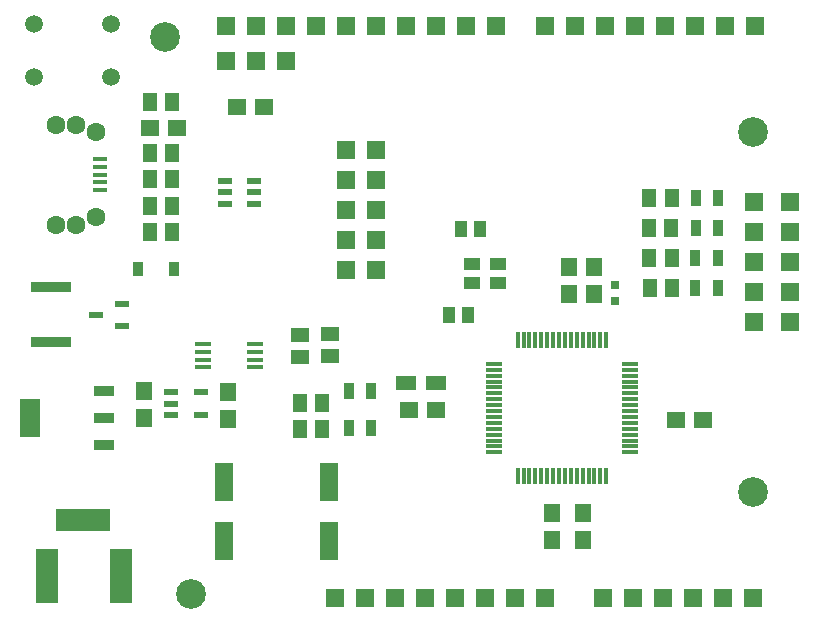
<source format=gts>
G04 DesignSpark PCB Gerber Version 12.0 Build 5942*
%FSLAX35Y35*%
%MOMM*%
%ADD132R,0.30200X1.47700*%
%ADD125R,0.85200X1.20200*%
%ADD123R,0.90200X1.40200*%
%ADD134R,1.02200X1.47200*%
%ADD122R,1.29740X1.52600*%
%ADD120R,1.39900X1.52600*%
%ADD117R,1.60200X3.20200*%
%ADD119R,1.75200X3.20200*%
%ADD121R,1.52600X1.52600*%
%ADD131R,1.47700X0.30200*%
%ADD128R,1.20200X0.45200*%
%ADD126R,1.40200X0.45200*%
%ADD124R,1.20200X0.60200*%
%ADD137R,0.70200X0.65200*%
%ADD130R,3.43200X0.85200*%
%ADD118R,1.75200X0.95200*%
%ADD133R,1.40200X1.10200*%
%ADD138C,1.50200*%
%ADD127R,1.52600X1.29740*%
%ADD136R,1.80200X1.30200*%
%ADD129C,1.60200*%
%ADD114C,2.52600*%
%AMT115*0 Rounded Rectangle Pad at angle 0*4,1,20,-0.90020,-2.30100,0.90020,-2.30100,0.91960,-2.29710,0.93610,-2.28610,0.94710,-2.26960,0.95100,-2.25020,0.95100,2.25020,0.94710,2.26960,0.93610,2.28610,0.91960,2.29710,0.90020,2.30100,-0.90020,2.30100,-0.91960,2.29710,-0.93610,2.28610,-0.94710,2.26960,-0.95100,2.25020,-0.95100,-2.25020,-0.94710,-2.26960,-0.93610,-2.28610,-0.91960,-2.29710,-0.90020,-2.30100,0*%
%ADD115T115*%
%AMT116*0 Rounded Rectangle Pad at angle 90*4,1,20,2.30100,-0.90020,2.30100,0.90020,2.29710,0.91960,2.28610,0.93610,2.26960,0.94710,2.25020,0.95100,-2.25020,0.95100,-2.26960,0.94710,-2.28610,0.93610,-2.29710,0.91960,-2.30100,0.90020,-2.30100,-0.90020,-2.29710,-0.91960,-2.28610,-0.93610,-2.26960,-0.94710,-2.25020,-0.95100,2.25020,-0.95100,2.26960,-0.94710,2.28610,-0.93610,2.29710,-0.91960,2.30100,-0.90020,0*%
%ADD116T116*%
%ADD135R,1.52600X1.39900*%
X0Y0D02*
D02*
D114*
X43648050Y48045270D03*
X43868050Y43330270D03*
X48633050Y44195270D03*
Y47240270D03*
D02*
D115*
X42655050Y43488270D03*
X43275050D03*
D02*
D116*
X42955050Y43958270D03*
D02*
D117*
X44152050Y43779270D03*
Y44279270D03*
X45038050Y43782270D03*
Y44282270D03*
D02*
D118*
X43137050Y44592270D03*
Y44822270D03*
Y45052270D03*
D02*
D119*
X42507050Y44822270D03*
D02*
D120*
X43476050Y44824970D03*
Y45053570D03*
X44185550Y44810970D03*
Y45039570D03*
X46928050Y43791970D03*
Y44020570D03*
X47071050Y45870970D03*
Y46099570D03*
X47188050Y43790970D03*
Y44019570D03*
X47282050Y45872970D03*
Y46101570D03*
D02*
D121*
X44165550Y47847770D03*
X44170600Y48144000D03*
X44419550Y47847770D03*
X44424600Y48144000D03*
X44673550Y47847770D03*
X44678600Y48144000D03*
X44932600D03*
X45090000Y43301000D03*
X45186600Y46077770D03*
Y46331770D03*
Y46585770D03*
Y46839770D03*
Y47093770D03*
Y48144000D03*
X45344000Y43301000D03*
X45440600Y46077770D03*
Y46331770D03*
Y46585770D03*
Y46839770D03*
Y47093770D03*
Y48144000D03*
X45598000Y43301000D03*
X45694600Y48144000D03*
X45852000Y43301000D03*
X45948600Y48144000D03*
X46106000Y43301000D03*
X46202600Y48144000D03*
X46360000Y43301000D03*
X46456600Y48144000D03*
X46614000Y43301000D03*
X46865050Y48140270D03*
X46868000Y43301000D03*
X47119050Y48140270D03*
X47361000Y43301000D03*
X47373050Y48140270D03*
X47615000Y43301000D03*
X47627050Y48140270D03*
X47869000Y43301000D03*
X47881050Y48140270D03*
X48123000Y43301000D03*
X48135050Y48140270D03*
X48377000Y43301000D03*
X48389050Y48140270D03*
X48631000Y43301000D03*
X48641050Y45639270D03*
Y45893270D03*
Y46147270D03*
Y46401270D03*
Y46655270D03*
X48643050Y48140270D03*
X48942050Y45639270D03*
Y45893270D03*
Y46147270D03*
Y46401270D03*
Y46655270D03*
D02*
D122*
X43520800Y46620270D03*
Y46842270D03*
Y47064270D03*
X43523800Y46394270D03*
Y47495270D03*
X43711300Y46620270D03*
Y46842270D03*
Y47064270D03*
X43714300Y46394270D03*
Y47495270D03*
X44790300Y44727770D03*
Y44950270D03*
X44980800Y44727770D03*
Y44950270D03*
X47747800Y46432770D03*
X47752800Y46177770D03*
Y46682770D03*
X47755300Y45920270D03*
X47938300Y46432770D03*
X47943300Y46177770D03*
Y46682770D03*
X47945800Y45920270D03*
D02*
D123*
X45208050Y44740270D03*
Y45050270D03*
X45398050Y44740270D03*
Y45050270D03*
X48140550Y45920270D03*
X48140560Y46180270D03*
X48143050Y46432770D03*
Y46682770D03*
X48330550Y45920270D03*
X48330560Y46180270D03*
X48333050Y46432770D03*
Y46682770D03*
D02*
D124*
X43070050Y45692270D03*
X43290050Y45597270D03*
Y45787270D03*
X43702050Y44849270D03*
Y44944270D03*
Y45039270D03*
X43952050Y44849270D03*
Y45039270D03*
X44158050Y46637770D03*
Y46732770D03*
Y46827770D03*
X44408050Y46637770D03*
Y46732770D03*
Y46827770D03*
D02*
D125*
X43425550Y46080270D03*
X43730550D03*
D02*
D126*
X43975050Y45251770D03*
Y45316770D03*
Y45381770D03*
Y45446770D03*
X44415050Y45251770D03*
Y45316770D03*
Y45381770D03*
Y45446770D03*
D02*
D127*
X44792050Y45336020D03*
Y45526520D03*
X45051050Y45344020D03*
Y45534520D03*
D02*
D128*
X43100550Y46752770D03*
Y46817770D03*
Y46882770D03*
Y46947770D03*
Y47012770D03*
D02*
D129*
X42725550Y46460270D03*
Y47305270D03*
X42900550Y46460270D03*
Y47305270D03*
X43070550Y46522770D03*
Y47242770D03*
D02*
D130*
X42689050Y45469270D03*
Y45929270D03*
D02*
D131*
X46438250Y44531270D03*
Y44581270D03*
Y44631270D03*
Y44681270D03*
Y44731270D03*
Y44781270D03*
Y44831270D03*
Y44881270D03*
Y44931270D03*
Y44981270D03*
Y45031270D03*
Y45081270D03*
Y45131270D03*
Y45181270D03*
Y45231270D03*
Y45281270D03*
X47585850Y44531270D03*
Y44581270D03*
Y44631270D03*
Y44681270D03*
Y44731270D03*
Y44781270D03*
Y44831270D03*
Y44881270D03*
Y44931270D03*
Y44981270D03*
Y45031270D03*
Y45081270D03*
Y45131270D03*
Y45181270D03*
Y45231270D03*
Y45281270D03*
D02*
D132*
X46637050Y44332470D03*
Y45480070D03*
X46687050Y44332470D03*
Y45480070D03*
X46737050Y44332470D03*
Y45480070D03*
X46787050Y44332470D03*
Y45480070D03*
X46837050Y44332470D03*
Y45480070D03*
X46887050Y44332470D03*
Y45480070D03*
X46937050Y44332470D03*
Y45480070D03*
X46987050Y44332470D03*
Y45480070D03*
X47037050Y44332470D03*
Y45480070D03*
X47087050Y44332470D03*
Y45480070D03*
X47137050Y44332470D03*
Y45480070D03*
X47187050Y44332470D03*
Y45480070D03*
X47237050Y44332470D03*
Y45480070D03*
X47287050Y44332470D03*
Y45480070D03*
X47337050Y44332470D03*
Y45480070D03*
X47387050Y44332470D03*
Y45480070D03*
D02*
D133*
X46248050Y45963270D03*
Y46123270D03*
X46468050Y45963270D03*
Y46123270D03*
D02*
D134*
X46055550Y45692770D03*
X46158050Y46420270D03*
X46215550Y45692770D03*
X46318050Y46420270D03*
D02*
D135*
X43527750Y47279270D03*
X43756350D03*
X44261250Y47455270D03*
X44489850D03*
X45717750Y44890270D03*
X45946350D03*
X47976750Y44806270D03*
X48205350D03*
D02*
D136*
X45689050Y45116270D03*
X45949050D03*
D02*
D137*
X47464550Y45810270D03*
Y45945270D03*
D02*
D138*
X42546050Y47710270D03*
Y48160270D03*
X43196050Y47710270D03*
Y48160270D03*
X0Y0D02*
M02*

</source>
